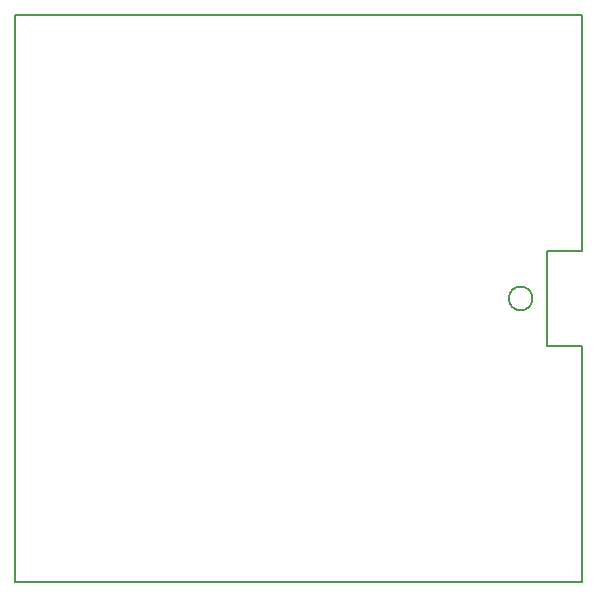
<source format=gm1>
%TF.GenerationSoftware,KiCad,Pcbnew,7.0.10-7.0.10~ubuntu22.04.1*%
%TF.CreationDate,2024-06-11T12:31:41+02:00*%
%TF.ProjectId,PQ_Lat_Board,50515f4c-6174-45f4-926f-6172642e6b69,rev?*%
%TF.SameCoordinates,Original*%
%TF.FileFunction,Profile,NP*%
%FSLAX46Y46*%
G04 Gerber Fmt 4.6, Leading zero omitted, Abs format (unit mm)*
G04 Created by KiCad (PCBNEW 7.0.10-7.0.10~ubuntu22.04.1) date 2024-06-11 12:31:41*
%MOMM*%
%LPD*%
G01*
G04 APERTURE LIST*
%TA.AperFunction,Profile*%
%ADD10C,0.150000*%
%TD*%
%TA.AperFunction,Profile*%
%ADD11C,0.200000*%
%TD*%
G04 APERTURE END LIST*
D10*
X75000000Y-90000000D02*
X123000000Y-90000000D01*
X120000000Y-62000000D02*
X123000000Y-62000000D01*
X123000000Y-42000000D02*
X123000000Y-62000000D01*
X75000000Y-42000000D02*
X75000000Y-90000000D01*
X75000000Y-42000000D02*
X123000000Y-42000000D01*
X123000000Y-90000000D02*
X123000000Y-70000000D01*
D11*
X118800000Y-66000000D02*
G75*
G03*
X116800000Y-66000000I-1000000J0D01*
G01*
X116800000Y-66000000D02*
G75*
G03*
X118800000Y-66000000I1000000J0D01*
G01*
D10*
X120000000Y-62000000D02*
X120000000Y-70000000D01*
X120000000Y-70000000D02*
X123000000Y-70000000D01*
M02*

</source>
